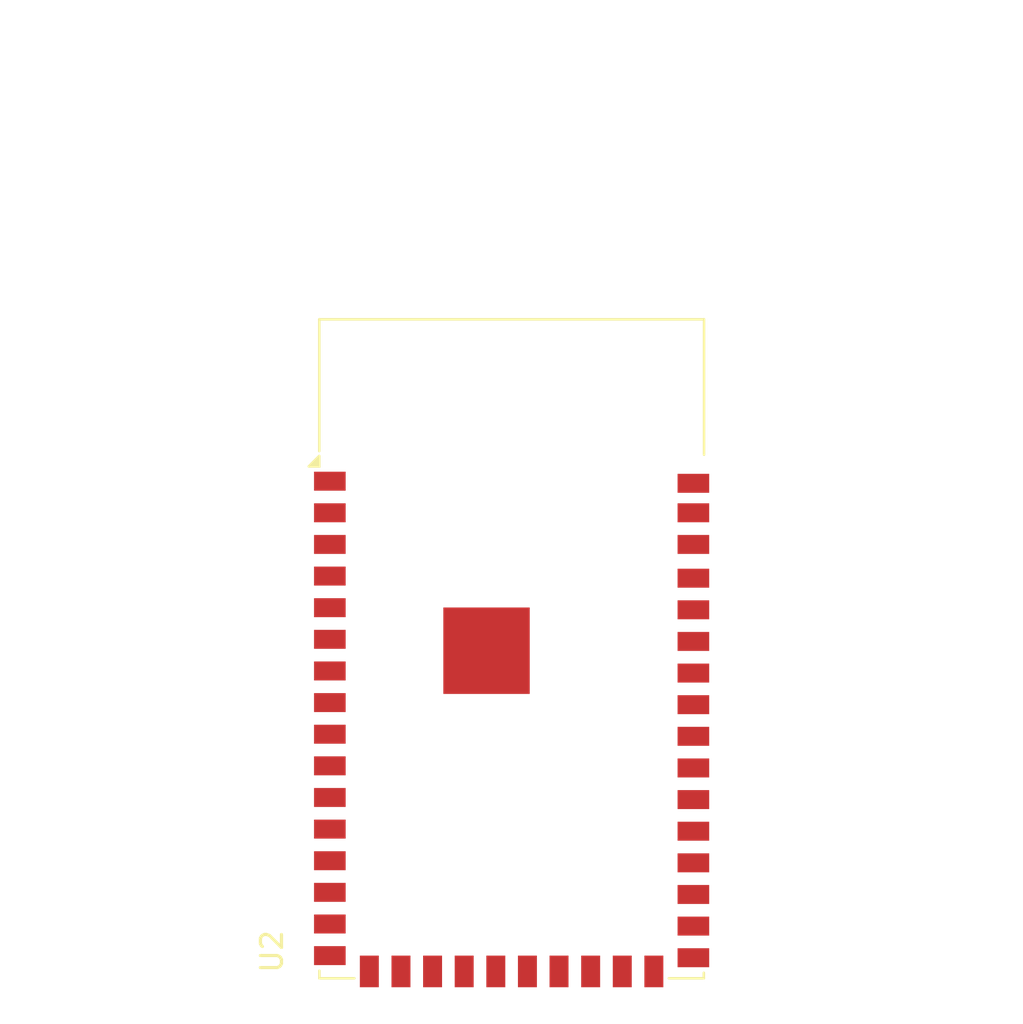
<source format=kicad_pcb>
(kicad_pcb (version 20240108) (generator "pcbnew") (generator_version "8.0")
  (layers (0 "F.Cu" signal) (31 "B.Cu" signal) (34 "B.Paste" user) (35 "F.Paste" user) (36 "B.SilkS" user "B.Silkscreen") (37 "F.SilkS" user "F.Silkscreen") (38 "B.Mask" user) (39 "F.Mask" user) (44 "Edge.Cuts" user))
  (net 0 "")
  (net 3 "Net-(U1-AD0)")
  (net 21 "Net-(U1-VDD)")
  (net 35 "Net-(U1-INT)")
  (net 36 "Net-(U1-SDA)")
  (net 37 "Net-(U1-SCL)")
  (footprint "RF_Module:ESP32-S2-WROVER" (layer "F.Cu") (at 153.375 87.175)
    (property "Reference" "U2" (at -11.375 10.53 90) (layer "F.SilkS"))
    (property "Value" "ESP32-S2-WROVER")
    (fp_line (start -9.125 -19.45) (end 9.13 -19.45) (stroke (width 0.12)) (layer "F.SilkS"))
    (fp_line (start -9.125 -13.2) (end -9.125 -19.45) (stroke (width 0.12)) (layer "F.SilkS"))
    (fp_line (start -9.12 11.44) (end -9.12 11.8) (stroke (width 0.12)) (layer "F.SilkS"))
    (fp_line (start -9.12 11.8) (end -7.46 11.8) (stroke (width 0.12)) (layer "F.SilkS"))
    (fp_line (start 9.12 11.54) (end 9.12 11.8) (stroke (width 0.12)) (layer "F.SilkS"))
    (fp_line (start 9.12 11.8) (end 7.46 11.8) (stroke (width 0.12)) (layer "F.SilkS"))
    (fp_line (start 9.13 -13.03) (end 9.13 -19.45) (stroke (width 0.12)) (layer "F.SilkS"))
    (fp_poly (pts (xy -9.125 -12.475) (xy -9.625 -12.475) (xy -9.125 -12.975) (xy -9.125 -12.475)) (stroke (width 0.12)) (fill solid) (layer "F.SilkS"))
    (pad "1" smd rect (at -8.625 -11.775) (size 1.5 0.9) (layers "F.Cu" "F.Paste" "F.Mask") (net 3 "Net-(U1-AD0)"))
    (pad "2" smd rect (at -8.625 -10.275) (size 1.5 0.9) (layers "F.Cu" "F.Paste" "F.Mask") (net 21 "Net-(U1-VDD)"))
    (pad "3" smd rect (at -8.625 -8.775) (size 1.5 0.9) (layers "F.Cu" "F.Paste" "F.Mask"))
    (pad "4" smd rect (at -8.625 -7.275) (size 1.5 0.9) (layers "F.Cu" "F.Paste" "F.Mask"))
    (pad "5" smd rect (at -8.625 -5.775) (size 1.5 0.9) (layers "F.Cu" "F.Paste" "F.Mask"))
    (pad "6" smd rect (at -8.625 -4.275) (size 1.5 0.9) (layers "F.Cu" "F.Paste" "F.Mask"))
    (pad "7" smd rect (at -8.625 -2.775) (size 1.5 0.9) (layers "F.Cu" "F.Paste" "F.Mask"))
    (pad "8" smd rect (at -8.625 -1.275) (size 1.5 0.9) (layers "F.Cu" "F.Paste" "F.Mask"))
    (pad "9" smd rect (at -8.625 0.225) (size 1.5 0.9) (layers "F.Cu" "F.Paste" "F.Mask"))
    (pad "10" smd rect (at -8.625 1.725) (size 1.5 0.9) (layers "F.Cu" "F.Paste" "F.Mask"))
    (pad "11" smd rect (at -8.625 3.225) (size 1.5 0.9) (layers "F.Cu" "F.Paste" "F.Mask"))
    (pad "12" smd rect (at -8.625 4.725) (size 1.5 0.9) (layers "F.Cu" "F.Paste" "F.Mask") (net 35 "Net-(U1-INT)"))
    (pad "13" smd rect (at -8.625 6.225) (size 1.5 0.9) (layers "F.Cu" "F.Paste" "F.Mask") (net 37 "Net-(U1-SCL)"))
    (pad "14" smd rect (at -8.625 7.725) (size 1.5 0.9) (layers "F.Cu" "F.Paste" "F.Mask"))
    (pad "15" smd rect (at -8.625 9.225 180) (size 1.5 0.9) (layers "F.Cu" "F.Paste" "F.Mask"))
    (pad "16" smd rect (at -8.625 10.725 180) (size 1.5 0.9) (layers "F.Cu" "F.Paste" "F.Mask"))
    (pad "17" smd rect (at -6.75 11.475) (size 0.9 1.5) (layers "F.Cu" "F.Paste" "F.Mask"))
    (pad "18" smd rect (at -5.25 11.475) (size 0.9 1.5) (layers "F.Cu" "F.Paste" "F.Mask"))
    (pad "19" smd rect (at -3.75 11.475) (size 0.9 1.5) (layers "F.Cu" "F.Paste" "F.Mask"))
    (pad "20" smd rect (at -2.25 11.475) (size 0.9 1.5) (layers "F.Cu" "F.Paste" "F.Mask"))
    (pad "21" smd rect (at -0.75 11.475) (size 0.9 1.5) (layers "F.Cu" "F.Paste" "F.Mask"))
    (pad "22" smd rect (at 0.75 11.475) (size 0.9 1.5) (layers "F.Cu" "F.Paste" "F.Mask"))
    (pad "23" smd rect (at 2.25 11.475) (size 0.9 1.5) (layers "F.Cu" "F.Paste" "F.Mask"))
    (pad "24" smd rect (at 3.75 11.475) (size 0.9 1.5) (layers "F.Cu" "F.Paste" "F.Mask") (net 36 "Net-(U1-SDA)"))
    (pad "25" smd rect (at 5.25 11.475) (size 0.9 1.5) (layers "F.Cu" "F.Paste" "F.Mask"))
    (pad "26" smd rect (at 6.75 11.475) (size 0.9 1.5) (layers "F.Cu" "F.Paste" "F.Mask") (net 3 "Net-(U1-AD0)"))
    (pad "27" smd rect (at 8.625 10.825) (size 1.5 0.9) (layers "F.Cu" "F.Paste" "F.Mask"))
    (pad "28" smd rect (at 8.625 9.325) (size 1.5 0.9) (layers "F.Cu" "F.Paste" "F.Mask"))
    (pad "29" smd rect (at 8.625 7.825) (size 1.5 0.9) (layers "F.Cu" "F.Paste" "F.Mask"))
    (pad "30" smd rect (at 8.625 6.325) (size 1.5 0.9) (layers "F.Cu" "F.Paste" "F.Mask"))
    (pad "31" smd rect (at 8.625 4.825) (size 1.5 0.9) (layers "F.Cu" "F.Paste" "F.Mask"))
    (pad "32" smd rect (at 8.625 3.325) (size 1.5 0.9) (layers "F.Cu" "F.Paste" "F.Mask"))
    (pad "33" smd rect (at 8.625 1.825) (size 1.5 0.9) (layers "F.Cu" "F.Paste" "F.Mask"))
    (pad "34" smd rect (at 8.625 0.325) (size 1.5 0.9) (layers "F.Cu" "F.Paste" "F.Mask"))
    (pad "35" smd rect (at 8.625 -1.175) (size 1.5 0.9) (layers "F.Cu" "F.Paste" "F.Mask"))
    (pad "36" smd rect (at 8.625 -2.675) (size 1.5 0.9) (layers "F.Cu" "F.Paste" "F.Mask"))
    (pad "37" smd rect (at 8.625 -4.175) (size 1.5 0.9) (layers "F.Cu" "F.Paste" "F.Mask"))
    (pad "38" smd rect (at 8.625 -5.675) (size 1.5 0.9) (layers "F.Cu" "F.Paste" "F.Mask"))
    (pad "39" smd rect (at 8.625 -7.175) (size 1.5 0.9) (layers "F.Cu" "F.Paste" "F.Mask"))
    (pad "40" smd rect (at 8.625 -8.775) (size 1.5 0.9) (layers "F.Cu" "F.Paste" "F.Mask"))
    (pad "41" smd rect (at 8.625 -10.275) (size 1.5 0.9) (layers "F.Cu" "F.Paste" "F.Mask"))
    (pad "42" smd rect (at 8.625 -11.675) (size 1.5 0.9) (layers "F.Cu" "F.Paste" "F.Mask") (net 3 "Net-(U1-AD0)"))
    (pad "43" smd rect (at -1.19 -3.735) (size 4.1 4.1) (layers "F.Cu" "F.Paste" "F.Mask") (net 3 "Net-(U1-AD0)"))
  )
)
</source>
